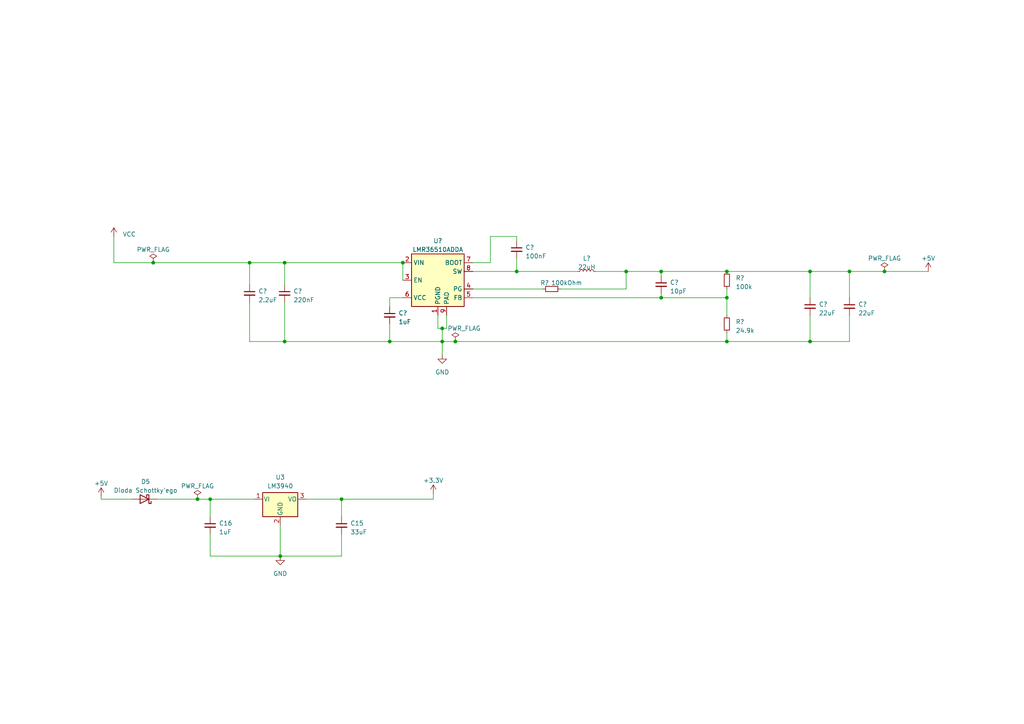
<source format=kicad_sch>
(kicad_sch (version 20231120) (generator "eeschema") (generator_version "8.0")
  (paper "A4")
  (lib_symbols
    (symbol "Device:C_Small" (pin_numbers hide) (pin_names (offset 0.254) hide)
      (property "Reference" "C" (at 0.254 1.778 0))
      (property "Value" "C_Small" (at 0.254 -2.032 0))
      (symbol "C_Small_0_1"
        (polyline (pts (xy -1.524 -0.508) (xy 1.524 -0.508)) (stroke (width 0.3302)))
        (polyline (pts (xy -1.524 0.508) (xy 1.524 0.508)) (stroke (width 0.3048)))
      )
      (symbol "C_Small_1_1"
        (pin passive line (at 0 2.54 270) (length 2.032) (name "~") (number "1"))
        (pin passive line (at 0 -2.54 90) (length 2.032) (name "~") (number "2"))
      )
    )
    (symbol "Device:L_Small" (pin_numbers hide) (pin_names (offset 0.254) hide)
      (property "Reference" "L" (at 0.762 1.016 0))
      (property "Value" "L_Small" (at 0.762 -1.016 0))
      (symbol "L_Small_0_1"
        (arc (start 0 -2.032) (mid 0.5058 -1.524) (end 0 -1.016))
        (arc (start 0 -1.016) (mid 0.5058 -0.508) (end 0 0))
        (arc (start 0 0) (mid 0.5058 0.508) (end 0 1.016))
        (arc (start 0 1.016) (mid 0.5058 1.524) (end 0 2.032))
      )
      (symbol "L_Small_1_1"
        (pin passive line (at 0 2.54 270) (length 0.508) (name "~") (number "1"))
        (pin passive line (at 0 -2.54 90) (length 0.508) (name "~") (number "2"))
      )
    )
    (symbol "Device:R_Small" (pin_numbers hide) (pin_names (offset 0.254) hide)
      (property "Reference" "R" (at 0.762 0.508 0))
      (property "Value" "R_Small" (at 0.762 -1.016 0))
      (symbol "R_Small_0_1"
        (rectangle (start -0.762 1.778) (end 0.762 -1.778) (stroke (width 0.2032)))
      )
      (symbol "R_Small_1_1"
        (pin passive line (at 0 2.54 270) (length 0.762) (name "~") (number "1"))
        (pin passive line (at 0 -2.54 90) (length 0.762) (name "~") (number "2"))
      )
    )
    (symbol "Diode:1N5711UR" (pin_numbers hide) (pin_names (offset 1.016) hide)
      (property "Reference" "D" (at 0 2.54 0))
      (property "Value" "1N5711UR" (at 0 -2.54 0))
      (symbol "1N5711UR_0_1"
        (polyline (pts (xy 1.27 0) (xy -1.27 0)))
        (polyline (pts (xy 1.27 1.27) (xy 1.27 -1.27) (xy -1.27 0) (xy 1.27 1.27)) (stroke (width 0.254)))
        (polyline (pts (xy -1.905 0.635) (xy -1.905 1.27) (xy -1.27 1.27) (xy -1.27 -1.27) (xy -0.635 -1.27) (xy -0.635 -0.635)) (stroke (width 0.254)))
      )
      (symbol "1N5711UR_1_1"
        (pin passive line (at -3.81 0 0) (length 2.54) (name "K") (number "1"))
        (pin passive line (at 3.81 0 180) (length 2.54) (name "A") (number "2"))
      )
    )
    (symbol "Regulator_Linear:LM7805_TO220" (pin_names (offset 0.254))
      (property "Reference" "U3" (at 0 6.35 0))
      (property "Value" "LM3940" (at 0 3.81 0))
      (symbol "LM7805_TO220_0_1"
        (rectangle (start -5.08 1.905) (end 5.08 -5.08) (stroke (width 0.254)) (fill (type background)))
      )
      (symbol "LM7805_TO220_1_1"
        (pin power_in line (at -7.62 0 0) (length 2.54) (name "VI") (number "1"))
        (pin power_in line (at 0 -7.62 90) (length 2.54) (name "GND") (number "2"))
        (pin power_out line (at 7.62 0 180) (length 2.54) (name "VO") (number "3"))
      )
    )
    (symbol "Regulator_Switching:LMR36510ADDA"
      (property "Reference" "U2" (at 0 11.43 0))
      (property "Value" "LMR36510ADDA" (at 0 8.89 0))
      (symbol "LMR36510ADDA_0_1"
        (rectangle (start -7.62 7.62) (end 7.62 -7.62) (stroke (width 0.254)) (fill (type background)))
      )
      (symbol "LMR36510ADDA_1_1"
        (pin power_in line (at 0 -10.16 90) (length 2.54) (name "PGND") (number "1"))
        (pin power_in line (at -10.16 5.08 0) (length 2.54) (name "VIN") (number "2"))
        (pin input line (at -10.16 0 0) (length 2.54) (name "EN") (number "3"))
        (pin open_collector line (at 10.16 -2.54 180) (length 2.54) (name "PG") (number "4"))
        (pin input line (at 10.16 -5.08 180) (length 2.54) (name "FB") (number "5"))
        (pin power_out line (at -10.16 -5.08 0) (length 2.54) (name "VCC") (number "6"))
        (pin input line (at 10.16 5.08 180) (length 2.54) (name "BOOT") (number "7"))
        (pin output line (at 10.16 2.54 180) (length 2.54) (name "SW") (number "8"))
        (pin power_in line (at 2.54 -10.16 90) (length 2.54) (name "PAD") (number "9"))
      )
    )
    (symbol "power:+3.3V" (power) (pin_names (offset 0))
      (property "Value" "+3.3V" (at 0 3.556 0))
      (symbol "+3.3V_0_1"
        (polyline (pts (xy -0.762 1.27) (xy 0 2.54)))
        (polyline (pts (xy 0 0) (xy 0 2.54)))
        (polyline (pts (xy 0 2.54) (xy 0.762 1.27)))
      )
      (symbol "+3.3V_1_1"
        (pin power_in line (at 0 0 90) (length 0) hide (name "+3.3V") (number "1"))
      )
    )
    (symbol "power:+5V" (power) (pin_names (offset 0))
      (property "Value" "+5V" (at 0 3.556 0))
      (symbol "+5V_0_1"
        (polyline (pts (xy -0.762 1.27) (xy 0 2.54)))
        (polyline (pts (xy 0 0) (xy 0 2.54)))
        (polyline (pts (xy 0 2.54) (xy 0.762 1.27)))
      )
      (symbol "+5V_1_1"
        (pin power_in line (at 0 0 90) (length 0) hide (name "+5V") (number "1"))
      )
    )
    (symbol "power:GND" (power) (pin_names (offset 0))
      (property "Value" "GND" (at 0 -3.81 0))
      (symbol "GND_0_1"
        (polyline (pts (xy 0 0) (xy 0 -1.27) (xy 1.27 -1.27) (xy 0 -2.54) (xy -1.27 -1.27) (xy 0 -1.27)))
      )
      (symbol "GND_1_1"
        (pin power_in line (at 0 0 270) (length 0) hide (name "GND") (number "1"))
      )
    )
    (symbol "power:PWR_FLAG" (power) (pin_numbers hide) (pin_names (offset 0) hide)
      (property "Value" "PWR_FLAG" (at 0 3.81 0))
      (symbol "PWR_FLAG_0_0"
        (pin power_out line (at 0 0 90) (length 0) (name "pwr") (number "1"))
      )
      (symbol "PWR_FLAG_0_1"
        (polyline (pts (xy 0 0) (xy 0 1.27) (xy -1.016 1.905) (xy 0 2.54) (xy 1.016 1.905) (xy 0 1.27)))
      )
    )
    (symbol "power:VCC" (power) (pin_names (offset 0))
      (property "Value" "VCC" (at 0 3.81 0))
      (symbol "VCC_0_1"
        (polyline (pts (xy -0.762 1.27) (xy 0 2.54)))
        (polyline (pts (xy 0 0) (xy 0 2.54)))
        (polyline (pts (xy 0 2.54) (xy 0.762 1.27)))
      )
      (symbol "VCC_1_1"
        (pin power_in line (at 0 0 90) (length 0) hide (name "VCC") (number "1"))
      )
    )
  )
  (junction (at 181.61 78.74))
  (junction (at 82.55 99.06))
  (junction (at 132.08 99.06))
  (junction (at 149.86 78.74))
  (junction (at 246.38 78.74))
  (junction (at 128.27 99.06))
  (junction (at 60.96 144.78))
  (junction (at 191.77 86.36))
  (junction (at 44.45 76.2))
  (junction (at 128.27 95.25))
  (junction (at 113.03 99.06))
  (junction (at 191.77 78.74))
  (junction (at 234.95 78.74))
  (junction (at 234.95 99.06))
  (junction (at 81.28 161.29))
  (junction (at 210.82 86.36))
  (junction (at 57.277 144.78))
  (junction (at 116.84 76.2))
  (junction (at 256.54 78.74))
  (junction (at 72.39 76.2))
  (junction (at 82.55 76.2))
  (junction (at 210.82 78.74))
  (junction (at 99.06 144.78))
  (junction (at 210.82 99.06))
  (wire (pts (xy 137.16 76.2) (xy 142.24 76.2)))
  (wire (pts (xy 172.72 78.74) (xy 181.61 78.74)))
  (wire (pts (xy 113.03 99.06) (xy 128.27 99.06)))
  (wire (pts (xy 234.95 78.74) (xy 246.38 78.74)))
  (wire (pts (xy 128.27 99.06) (xy 132.08 99.06)))
  (wire (pts (xy 181.61 78.74) (xy 191.77 78.74)))
  (wire (pts (xy 99.06 144.78) (xy 88.9 144.78)))
  (wire (pts (xy 234.95 99.06) (xy 210.82 99.06)))
  (wire (pts (xy 82.55 76.2) (xy 116.84 76.2)))
  (wire (pts (xy 137.16 86.36) (xy 191.77 86.36)))
  (wire (pts (xy 234.95 91.44) (xy 234.95 99.06)))
  (wire (pts (xy 116.84 86.36) (xy 113.03 86.36)))
  (wire (pts (xy 29.337 144.78) (xy 38.1 144.78)))
  (wire (pts (xy 72.39 99.06) (xy 82.55 99.06)))
  (wire (pts (xy 29.337 144.018) (xy 29.337 144.78)))
  (wire (pts (xy 33.02 76.2) (xy 44.45 76.2)))
  (wire (pts (xy 191.77 86.36) (xy 210.82 86.36)))
  (wire (pts (xy 191.77 78.74) (xy 210.82 78.74)))
  (wire (pts (xy 45.72 144.78) (xy 57.277 144.78)))
  (wire (pts (xy 60.96 144.78) (xy 60.96 149.86)))
  (wire (pts (xy 127 95.25) (xy 128.27 95.25)))
  (wire (pts (xy 210.82 96.52) (xy 210.82 99.06)))
  (wire (pts (xy 81.28 152.4) (xy 81.28 161.29)))
  (wire (pts (xy 57.277 144.78) (xy 60.96 144.78)))
  (wire (pts (xy 113.03 86.36) (xy 113.03 88.9)))
  (wire (pts (xy 60.96 161.29) (xy 81.28 161.29)))
  (wire (pts (xy 125.6792 143.1798) (xy 125.6792 144.78)))
  (wire (pts (xy 99.06 161.29) (xy 81.28 161.29)))
  (wire (pts (xy 132.08 99.06) (xy 210.82 99.06)))
  (wire (pts (xy 246.38 91.44) (xy 246.38 99.06)))
  (wire (pts (xy 60.96 154.94) (xy 60.96 161.29)))
  (wire (pts (xy 246.38 99.06) (xy 234.95 99.06)))
  (wire (pts (xy 72.39 76.2) (xy 72.39 82.55)))
  (wire (pts (xy 149.86 68.58) (xy 149.86 69.85)))
  (wire (pts (xy 256.54 78.74) (xy 269.24 78.74)))
  (wire (pts (xy 113.03 93.98) (xy 113.03 99.06)))
  (wire (pts (xy 44.45 76.2) (xy 72.39 76.2)))
  (wire (pts (xy 128.27 95.25) (xy 128.27 99.06)))
  (wire (pts (xy 191.77 80.01) (xy 191.77 78.74)))
  (wire (pts (xy 246.38 78.74) (xy 246.38 86.36)))
  (wire (pts (xy 128.27 95.25) (xy 129.54 95.25)))
  (wire (pts (xy 142.24 76.2) (xy 142.24 68.58)))
  (wire (pts (xy 127 91.44) (xy 127 95.25)))
  (wire (pts (xy 99.06 144.78) (xy 125.6792 144.78)))
  (wire (pts (xy 116.84 76.2) (xy 116.84 81.28)))
  (wire (pts (xy 33.02 68.58) (xy 33.02 76.2)))
  (wire (pts (xy 234.95 86.36) (xy 234.95 78.74)))
  (wire (pts (xy 142.24 68.58) (xy 149.86 68.58)))
  (wire (pts (xy 234.95 78.74) (xy 210.82 78.74)))
  (wire (pts (xy 181.61 83.82) (xy 162.56 83.82)))
  (wire (pts (xy 181.61 78.74) (xy 181.61 83.82)))
  (wire (pts (xy 128.27 99.06) (xy 128.27 102.87)))
  (wire (pts (xy 82.55 99.06) (xy 113.03 99.06)))
  (wire (pts (xy 210.82 86.36) (xy 210.82 83.82)))
  (wire (pts (xy 246.38 78.74) (xy 256.54 78.74)))
  (wire (pts (xy 149.86 74.93) (xy 149.86 78.74)))
  (wire (pts (xy 60.96 144.78) (xy 73.66 144.78)))
  (wire (pts (xy 72.39 99.06) (xy 72.39 87.63)))
  (wire (pts (xy 137.16 83.82) (xy 157.48 83.82)))
  (wire (pts (xy 129.54 95.25) (xy 129.54 91.44)))
  (wire (pts (xy 82.55 87.63) (xy 82.55 99.06)))
  (wire (pts (xy 149.86 78.74) (xy 137.16 78.74)))
  (wire (pts (xy 210.82 86.36) (xy 210.82 91.44)))
  (wire (pts (xy 99.06 149.86) (xy 99.06 144.78)))
  (wire (pts (xy 191.77 85.09) (xy 191.77 86.36)))
  (wire (pts (xy 149.86 78.74) (xy 167.64 78.74)))
  (wire (pts (xy 82.55 76.2) (xy 72.39 76.2)))
  (wire (pts (xy 99.06 154.94) (xy 99.06 161.29)))
  (wire (pts (xy 82.55 76.2) (xy 82.55 82.55)))
  (symbol (lib_id "power:+5V") (at 269.24 78.74 0) (unit 1)
    (property "Reference" "#PWR?" (effects (hide yes)))
    (property "Value" "+5V" (at 269.24 74.93 0))
    (instances (project "_autosave-untitled" (path "" (reference "#PWR?") (unit 1))) (project "SteeringWheel" (path "" (reference "#PWR03") (unit 1))))
  )
  (symbol (lib_id "Device:C_Small") (at 99.06 152.4 0) (unit 1)
    (property "Reference" "C15" (at 101.6 151.7713 0) (effects (justify left)))
    (property "Value" "33uF" (at 101.6 154.3113 0) (effects (justify left)))
    (property "Footprint" "Capacitor_SMD:C_0603_1608Metric" (effects (hide yes)))
  )
  (symbol (lib_id "power:PWR_FLAG") (at 57.277 144.78 0) (unit 1)
    (property "Reference" "#FLG?" (effects (hide yes)))
    (property "Value" "PWR_FLAG" (at 57.277 140.97 0))
    (instances (project "_autosave-untitled" (path "" (reference "#FLG?") (unit 1))) (project "SteeringWheel" (path "" (reference "#FLG05") (unit 1))))
  )
  (symbol (lib_id "Device:C_Small") (at 191.77 82.55 0) (unit 1)
    (property "Reference" "C?" (at 194.31 81.9213 0) (effects (justify left)))
    (property "Value" "10pF" (at 194.31 84.4613 0) (effects (justify left)))
    (property "Footprint" "Capacitor_SMD:C_0603_1608Metric" (effects (hide yes)))
    (instances (project "_autosave-untitled" (path "" (reference "C?") (unit 1))) (project "SteeringWheel" (path "" (reference "C5") (unit 1))))
  )
  (symbol (lib_id "power:VCC") (at 33.02 68.58 0) (unit 1)
    (property "Reference" "#PWR?" (effects (hide yes)))
    (property "Value" "VCC" (at 35.56 67.945 0) (effects (justify left)))
    (instances (project "_autosave-untitled" (path "" (reference "#PWR?") (unit 1))) (project "SteeringWheel" (path "" (reference "#PWR01") (unit 1))))
  )
  (symbol (lib_id "power:PWR_FLAG") (at 44.45 76.2 0) (unit 1)
    (property "Reference" "#FLG?" (effects (hide yes)))
    (property "Value" "PWR_FLAG" (at 44.45 72.39 0))
    (instances (project "_autosave-untitled" (path "" (reference "#FLG?") (unit 1))) (project "SteeringWheel" (path "" (reference "#FLG01") (unit 1))))
  )
  (symbol (lib_id "Device:C_Small") (at 82.55 85.09 0) (unit 1)
    (property "Reference" "C?" (at 85.09 84.4613 0) (effects (justify left)))
    (property "Value" "220nF" (at 85.09 87.0013 0) (effects (justify left)))
    (property "Footprint" "Capacitor_SMD:C_0603_1608Metric" (effects (hide yes)))
    (instances (project "_autosave-untitled" (path "" (reference "C?") (unit 1))) (project "SteeringWheel" (path "" (reference "C2") (unit 1))))
  )
  (symbol (lib_id "power:PWR_FLAG") (at 132.08 99.06 0) (unit 1)
    (property "Reference" "#FLG?" (effects (hide yes)))
    (property "Value" "PWR_FLAG" (at 134.62 95.25 0))
    (instances (project "_autosave-untitled" (path "" (reference "#FLG?") (unit 1))) (project "SteeringWheel" (path "" (reference "#FLG02") (unit 1))))
  )
  (symbol (lib_id "Device:R_Small") (at 210.82 93.98 180) (unit 1)
    (property "Reference" "R?" (at 213.36 93.345 0) (effects (justify right)))
    (property "Value" "24.9k" (at 213.36 95.885 0) (effects (justify right)))
    (property "Footprint" "Resistor_SMD:R_0603_1608Metric" (effects (hide yes)))
    (instances (project "_autosave-untitled" (path "" (reference "R?") (unit 1))) (project "SteeringWheel" (path "" (reference "R3") (unit 1))))
  )
  (symbol (lib_id "power:PWR_FLAG") (at 256.54 78.74 0) (unit 1)
    (property "Reference" "#FLG?" (effects (hide yes)))
    (property "Value" "PWR_FLAG" (at 256.54 74.93 0))
    (instances (project "_autosave-untitled" (path "" (reference "#FLG?") (unit 1))) (project "SteeringWheel" (path "" (reference "#FLG03") (unit 1))))
  )
  (symbol (lib_id "Regulator_Linear:LM7805_TO220") (at 81.28 144.78 0) (unit 1)
    (property "Reference" "U3" (at 81.28 138.43 0))
    (property "Value" "LM3940" (at 81.28 140.97 0))
    (property "Footprint" "Package_TO_SOT_SMD:SOT-223" (effects (hide yes)))
    (property "Datasheet" "https://www.ti.com/lit/ds/symlink/lm3940.pdf?ts=1705407829177&ref_url=https%253A%252F%252Fwww.mouser.pl%252F" (effects (hide yes)))
  )
  (symbol (lib_id "Device:C_Small") (at 113.03 91.44 0) (unit 1)
    (property "Reference" "C?" (at 115.57 90.8113 0) (effects (justify left)))
    (property "Value" "1uF" (at 115.57 93.3513 0) (effects (justify left)))
    (property "Footprint" "Capacitor_SMD:C_0603_1608Metric" (effects (hide yes)))
    (instances (project "_autosave-untitled" (path "" (reference "C?") (unit 1))) (project "SteeringWheel" (path "" (reference "C3") (unit 1))))
  )
  (symbol (lib_id "Device:C_Small") (at 72.39 85.09 0) (unit 1)
    (property "Reference" "C?" (at 74.93 84.4613 0) (effects (justify left)))
    (property "Value" "2.2uF" (at 74.93 87.0013 0) (effects (justify left)))
    (property "Footprint" "Capacitor_SMD:C_0805_2012Metric" (effects (hide yes)))
    (instances (project "_autosave-untitled" (path "" (reference "C?") (unit 1))) (project "SteeringWheel" (path "" (reference "C1") (unit 1))))
  )
  (symbol (lib_id "Device:R_Small") (at 160.02 83.82 90) (unit 1)
    (property "Reference" "R?" (at 157.988 82.042 90))
    (property "Value" "100kOhm" (at 164.338 82.042 90))
    (property "Footprint" "Resistor_SMD:R_0603_1608Metric" (effects (hide yes)))
    (instances (project "_autosave-untitled" (path "" (reference "R?") (unit 1))) (project "SteeringWheel" (path "" (reference "R1") (unit 1))))
  )
  (symbol (lib_id "power:GND") (at 81.28 161.29 0) (unit 1)
    (property "Reference" "#PWR010" (effects (hide yes)))
    (property "Value" "GND" (at 81.28 166.37 0))
  )
  (symbol (lib_id "power:+3.3V") (at 125.6792 143.1798 0) (unit 1)
    (property "Reference" "#PWR012" (effects (hide yes)))
    (property "Value" "+3.3V" (at 125.6792 139.3698 0))
  )
  (symbol (lib_id "power:+5V") (at 29.337 144.018 0) (unit 1)
    (property "Reference" "#PWR013" (effects (hide yes)))
    (property "Value" "+5V" (at 29.337 140.208 0))
  )
  (symbol (lib_id "Device:C_Small") (at 234.95 88.9 0) (unit 1)
    (property "Reference" "C?" (at 237.49 88.2713 0) (effects (justify left)))
    (property "Value" "22uF" (at 237.49 90.8113 0) (effects (justify left)))
    (property "Footprint" "Capacitor_SMD:C_0805_2012Metric" (effects (hide yes)))
    (instances (project "_autosave-untitled" (path "" (reference "C?") (unit 1))) (project "SteeringWheel" (path "" (reference "C6") (unit 1))))
  )
  (symbol (lib_id "Regulator_Switching:LMR36510ADDA") (at 127 81.28 0) (unit 1)
    (property "Reference" "U?" (at 127 69.85 0))
    (property "Value" "LMR36510ADDA" (at 127 72.39 0))
    (property "Footprint" "Package_SO:Texas_HTSOP-8-1EP_3.9x4.9mm_P1.27mm_EP2.95x4.9mm_Mask2.4x3.1mm_ThermalVias" (effects (hide yes)))
    (property "Datasheet" "http://www.ti.com/lit/ds/symlink/lmr36510.pdf" (effects (hide yes)))
    (instances (project "_autosave-untitled" (path "" (reference "U?") (unit 1))) (project "SteeringWheel" (path "" (reference "U2") (unit 1))))
  )
  (symbol (lib_id "Diode:1N5711UR") (at 41.91 144.78 180) (unit 1)
    (property "Reference" "D5" (at 42.2275 139.7 0))
    (property "Value" "Dioda Schottky'ego" (at 42.2275 142.24 0))
    (property "Footprint" "Diode_SMD:D_SOD-123" (effects (hide yes)))
    (property "Datasheet" "https://www.microsemi.com/document-portal/doc_download/131890-lds-0040-1-datasheet" (effects (hide yes)))
  )
  (symbol (lib_id "Device:R_Small") (at 210.82 81.28 180) (unit 1)
    (property "Reference" "R?" (at 213.36 80.645 0) (effects (justify right)))
    (property "Value" "100k" (at 213.36 83.185 0) (effects (justify right)))
    (property "Footprint" "Resistor_SMD:R_0603_1608Metric" (effects (hide yes)))
    (instances (project "_autosave-untitled" (path "" (reference "R?") (unit 1))) (project "SteeringWheel" (path "" (reference "R2") (unit 1))))
  )
  (symbol (lib_id "Device:C_Small") (at 246.38 88.9 0) (unit 1)
    (property "Reference" "C?" (at 248.92 88.2713 0) (effects (justify left)))
    (property "Value" "22uF" (at 248.92 90.8113 0) (effects (justify left)))
    (property "Footprint" "Capacitor_SMD:C_0805_2012Metric" (effects (hide yes)))
    (instances (project "_autosave-untitled" (path "" (reference "C?") (unit 1))) (project "SteeringWheel" (path "" (reference "C17") (unit 1))))
  )
  (symbol (lib_id "Device:L_Small") (at 170.18 78.74 90) (unit 1)
    (property "Reference" "L?" (at 170.18 74.93 90))
    (property "Value" "22uH" (at 170.18 77.47 90))
    (property "Footprint" "Inductor_SMD:L_7.3x7.3_H4.5" (effects (hide yes)))
    (property "Datasheet" "https://www.mouser.pl/ProductDetail/Wurth-Elektronik/7447779122?qs=E%2F%2FhvbtCqpMoEA8AblAp3w%3D%3D" (effects (hide yes)))
    (instances (project "_autosave-untitled" (path "" (reference "L?") (unit 1))) (project "SteeringWheel" (path "" (reference "L1") (unit 1))))
  )
  (symbol (lib_id "Device:C_Small") (at 60.96 152.4 0) (unit 1)
    (property "Reference" "C16" (at 63.5 151.7713 0) (effects (justify left)))
    (property "Value" "1uF" (at 63.5 154.3113 0) (effects (justify left)))
    (property "Footprint" "Capacitor_SMD:C_0603_1608Metric" (effects (hide yes)))
  )
  (symbol (lib_id "power:GND") (at 128.27 102.87 0) (unit 1)
    (property "Reference" "#PWR?" (effects (hide yes)))
    (property "Value" "GND" (at 128.27 107.95 0))
    (instances (project "_autosave-untitled" (path "" (reference "#PWR?") (unit 1))) (project "SteeringWheel" (path "" (reference "#PWR02") (unit 1))))
  )
  (symbol (lib_id "Device:C_Small") (at 149.86 72.39 0) (unit 1)
    (property "Reference" "C?" (at 152.4 71.7613 0) (effects (justify left)))
    (property "Value" "100nF" (at 152.4 74.3013 0) (effects (justify left)))
    (property "Footprint" "Capacitor_SMD:C_0603_1608Metric" (effects (hide yes)))
    (instances (project "_autosave-untitled" (path "" (reference "C?") (unit 1))) (project "SteeringWheel" (path "" (reference "C4") (unit 1))))
  )
)
</source>
